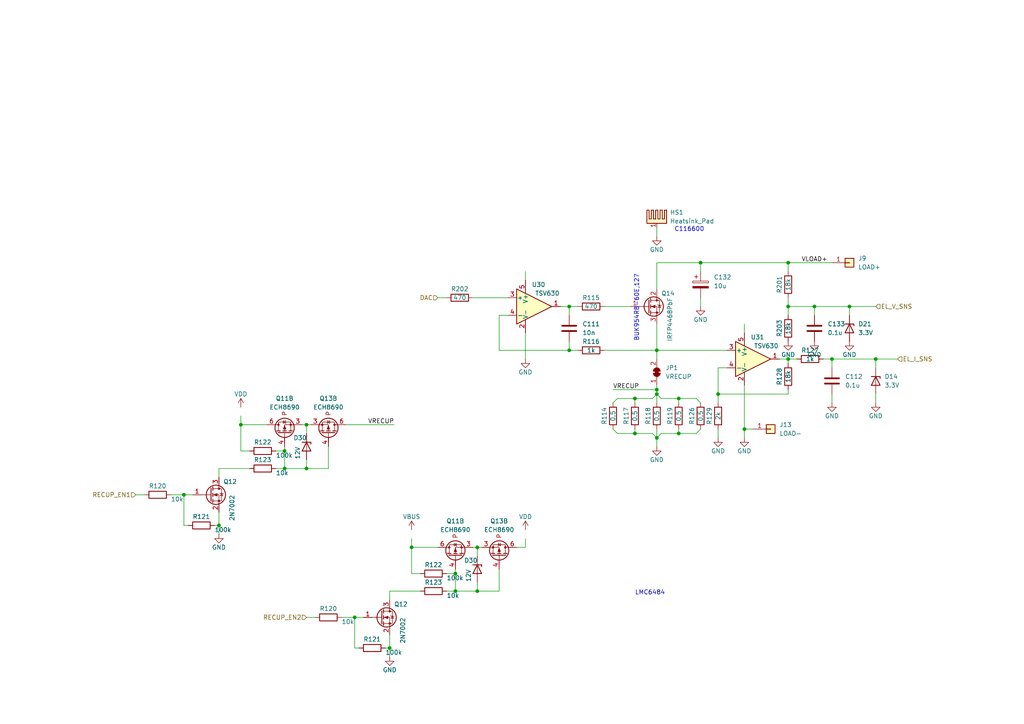
<source format=kicad_sch>
(kicad_sch (version 20230121) (generator eeschema)
  (paper "A4")
  (lib_symbols
    (symbol "Amplifier_Operational:AD8603" (pin_names (offset 0.127))
      (property "Reference" "U" (at 0 5.08 0))
      (property "Value" "AD8603" (at 0 -5.08 0))
      (symbol "AD8603_0_1"
        (polyline (pts (xy -5.08 5.08) (xy 5.08 0) (xy -5.08 -5.08) (xy -5.08 5.08)) (stroke (width 0.254)) (fill (type background)))
        (pin power_in line (at -2.54 -7.62 90) (length 3.81) (name "V-") (number "2"))
        (pin power_in line (at -2.54 7.62 270) (length 3.81) (name "V+") (number "5"))
      )
      (symbol "AD8603_1_1"
        (pin output line (at 7.62 0 180) (length 2.54) (name "~") (number "1"))
        (pin input line (at -7.62 2.54 0) (length 2.54) (name "+") (number "3"))
        (pin input line (at -7.62 -2.54 0) (length 2.54) (name "-") (number "4"))
      )
    )
    (symbol "Connector_Generic:Conn_01x01" (pin_names (offset 1.016) hide)
      (property "Reference" "J" (at 0 2.54 0))
      (property "Value" "Conn_01x01" (at 0 -2.54 0))
      (symbol "Conn_01x01_1_1"
        (rectangle (start -1.27 0.127) (end 0 -0.127) (stroke (width 0.1524)))
        (rectangle (start -1.27 1.27) (end 1.27 -1.27) (stroke (width 0.254)) (fill (type background)))
        (pin passive line (at -5.08 0 0) (length 3.81) (name "Pin_1") (number "1"))
      )
    )
    (symbol "Device:C" (pin_numbers hide) (pin_names (offset 0.254))
      (property "Reference" "C" (at 0.635 2.54 0))
      (property "Value" "C" (at 0.635 -2.54 0))
      (symbol "C_0_1"
        (polyline (pts (xy -2.032 -0.762) (xy 2.032 -0.762)) (stroke (width 0.508)))
        (polyline (pts (xy -2.032 0.762) (xy 2.032 0.762)) (stroke (width 0.508)))
      )
      (symbol "C_1_1"
        (pin passive line (at 0 3.81 270) (length 2.794) (name "~") (number "1"))
        (pin passive line (at 0 -3.81 90) (length 2.794) (name "~") (number "2"))
      )
    )
    (symbol "Device:C_Polarized" (pin_numbers hide) (pin_names (offset 0.254))
      (property "Reference" "C" (at 0.635 2.54 0))
      (property "Value" "C_Polarized" (at 0.635 -2.54 0))
      (symbol "C_Polarized_0_1"
        (rectangle (start -2.286 0.508) (end 2.286 1.016))
        (polyline (pts (xy -1.778 2.286) (xy -0.762 2.286)))
        (polyline (pts (xy -1.27 2.794) (xy -1.27 1.778)))
        (rectangle (start 2.286 -0.508) (end -2.286 -1.016) (fill (type outline)))
      )
      (symbol "C_Polarized_1_1"
        (pin passive line (at 0 3.81 270) (length 2.794) (name "~") (number "1"))
        (pin passive line (at 0 -3.81 90) (length 2.794) (name "~") (number "2"))
      )
    )
    (symbol "Device:D_Zener" (pin_numbers hide) (pin_names (offset 1.016) hide)
      (property "Reference" "D" (at 0 2.54 0))
      (property "Value" "D_Zener" (at 0 -2.54 0))
      (symbol "D_Zener_0_1"
        (polyline (pts (xy 1.27 0) (xy -1.27 0)))
        (polyline (pts (xy -1.27 -1.27) (xy -1.27 1.27) (xy -0.762 1.27)) (stroke (width 0.254)))
        (polyline (pts (xy 1.27 -1.27) (xy 1.27 1.27) (xy -1.27 0) (xy 1.27 -1.27)) (stroke (width 0.254)))
      )
      (symbol "D_Zener_1_1"
        (pin passive line (at -3.81 0 0) (length 2.54) (name "K") (number "1"))
        (pin passive line (at 3.81 0 180) (length 2.54) (name "A") (number "2"))
      )
    )
    (symbol "Device:R" (pin_numbers hide) (pin_names (offset 0))
      (property "Reference" "R" (at 2.032 0 90))
      (property "Value" "R" (at 0 0 90))
      (symbol "R_0_1"
        (rectangle (start -1.016 -2.54) (end 1.016 2.54) (stroke (width 0.254)))
      )
      (symbol "R_1_1"
        (pin passive line (at 0 3.81 270) (length 1.27) (name "~") (number "1"))
        (pin passive line (at 0 -3.81 90) (length 1.27) (name "~") (number "2"))
      )
    )
    (symbol "ECH8690_1"
      (property "Reference" "Q" (at -5.08 3.81 0))
      (property "Value" "ECH8690" (at 3.81 0 90))
      (symbol "ECH8690_1_1_1"
        (circle (center -0.889 0) (radius 2.794) (stroke (width 0.254)))
        (circle (center 0 -1.778) (radius 0.254) (fill (type outline)))
        (polyline (pts (xy -2.286 0) (xy -5.08 0)))
        (polyline (pts (xy -2.286 1.905) (xy -2.286 -1.905)) (stroke (width 0.254)))
        (polyline (pts (xy -1.778 -1.27) (xy -1.778 -2.286)) (stroke (width 0.254)))
        (polyline (pts (xy -1.778 0.508) (xy -1.778 -0.508)) (stroke (width 0.254)))
        (polyline (pts (xy -1.778 2.286) (xy -1.778 1.27)) (stroke (width 0.254)))
        (polyline (pts (xy 0 2.54) (xy 0 1.778)))
        (polyline (pts (xy 0 -2.54) (xy 0 0) (xy -1.778 0)))
        (polyline (pts (xy -1.778 1.778) (xy 0.762 1.778) (xy 0.762 -1.778) (xy -1.778 -1.778)))
        (polyline (pts (xy -1.27 0) (xy -0.254 -0.381) (xy -0.254 0.381) (xy -1.27 0)) (fill (type outline)))
        (polyline (pts (xy 0.762 0.381) (xy 1.143 -0.254) (xy 0.381 -0.254) (xy 0.762 0.381)))
        (polyline (pts (xy 1.27 0.508) (xy 1.143 0.381) (xy 0.381 0.381) (xy 0.254 0.254)))
        (circle (center 0 1.778) (radius 0.254) (fill (type outline)))
        (text "N" (at 2.54 0 0) (effects (font (size 1.27 1.27)) (justify left)))
        (pin passive line (at 0 -5.08 90) (length 2.54) (name "~") (number "1"))
        (pin input line (at -6.35 0 0) (length 2.54) (name "~") (number "2"))
        (pin passive line (at 0 5.08 270) (length 2.54) hide (name "~") (number "7"))
        (pin passive line (at 0 5.08 270) (length 2.54) (name "~") (number "8"))
      )
      (symbol "ECH8690_1_2_1"
        (circle (center -0.889 0) (radius 2.794) (stroke (width 0.254)))
        (circle (center 0 -1.778) (radius 0.254) (fill (type outline)))
        (polyline (pts (xy -2.286 0) (xy -5.08 0)))
        (polyline (pts (xy -2.286 1.905) (xy -2.286 -1.905)) (stroke (width 0.254)))
        (polyline (pts (xy -1.778 -1.27) (xy -1.778 -2.286)) (stroke (width 0.254)))
        (polyline (pts (xy -1.778 0.508) (xy -1.778 -0.508)) (stroke (width 0.254)))
        (polyline (pts (xy -1.778 2.286) (xy -1.778 1.27)) (stroke (width 0.254)))
        (polyline (pts (xy 0 2.54) (xy 0 1.778)))
        (polyline (pts (xy 0 -2.54) (xy 0 0) (xy -1.778 0)))
        (polyline (pts (xy -1.778 1.778) (xy 0.762 1.778) (xy 0.762 -1.778) (xy -1.778 -1.778)))
        (polyline (pts (xy -0.254 0) (xy -1.27 0.381) (xy -1.27 -0.381) (xy -0.254 0)) (fill (type outline)))
        (polyline (pts (xy 0.762 -0.254) (xy 0.381 0.381) (xy 1.143 0.381) (xy 0.762 -0.254)))
        (polyline (pts (xy 1.27 -0.127) (xy 1.143 -0.254) (xy 0.381 -0.254) (xy 0.254 -0.381)))
        (circle (center 0 1.778) (radius 0.254) (fill (type outline)))
        (text "P" (at 2.54 0 0) (effects (font (size 1.27 1.27)) (justify left)))
        (pin passive line (at 0 -5.08 90) (length 2.54) (name "~") (number "3"))
        (pin input line (at -6.35 0 0) (length 2.54) (name "~") (number "4"))
        (pin passive line (at 0 5.08 270) (length 2.54) hide (name "~") (number "5"))
        (pin passive line (at 0 5.08 270) (length 2.54) (name "~") (number "6"))
      )
    )
    (symbol "ECH8690_2"
      (property "Reference" "Q" (at -5.08 3.81 0))
      (property "Value" "ECH8690" (at 3.81 0 90))
      (symbol "ECH8690_2_1_1"
        (circle (center -0.889 0) (radius 2.794) (stroke (width 0.254)))
        (circle (center 0 -1.778) (radius 0.254) (fill (type outline)))
        (polyline (pts (xy -2.286 0) (xy -5.08 0)))
        (polyline (pts (xy -2.286 1.905) (xy -2.286 -1.905)) (stroke (width 0.254)))
        (polyline (pts (xy -1.778 -1.27) (xy -1.778 -2.286)) (stroke (width 0.254)))
        (polyline (pts (xy -1.778 0.508) (xy -1.778 -0.508)) (stroke (width 0.254)))
        (polyline (pts (xy -1.778 2.286) (xy -1.778 1.27)) (stroke (width 0.254)))
        (polyline (pts (xy 0 2.54) (xy 0 1.778)))
        (polyline (pts (xy 0 -2.54) (xy 0 0) (xy -1.778 0)))
        (polyline (pts (xy -1.778 1.778) (xy 0.762 1.778) (xy 0.762 -1.778) (xy -1.778 -1.778)))
        (polyline (pts (xy -1.27 0) (xy -0.254 -0.381) (xy -0.254 0.381) (xy -1.27 0)) (fill (type outline)))
        (polyline (pts (xy 0.762 0.381) (xy 1.143 -0.254) (xy 0.381 -0.254) (xy 0.762 0.381)))
        (polyline (pts (xy 1.27 0.508) (xy 1.143 0.381) (xy 0.381 0.381) (xy 0.254 0.254)))
        (circle (center 0 1.778) (radius 0.254) (fill (type outline)))
        (text "N" (at 2.54 0 0) (effects (font (size 1.27 1.27)) (justify left)))
        (pin passive line (at 0 -5.08 90) (length 2.54) (name "~") (number "1"))
        (pin input line (at -6.35 0 0) (length 2.54) (name "~") (number "2"))
        (pin passive line (at 0 5.08 270) (length 2.54) hide (name "~") (number "7"))
        (pin passive line (at 0 5.08 270) (length 2.54) (name "~") (number "8"))
      )
      (symbol "ECH8690_2_2_1"
        (circle (center -0.889 0) (radius 2.794) (stroke (width 0.254)))
        (circle (center 0 -1.778) (radius 0.254) (fill (type outline)))
        (polyline (pts (xy -2.286 0) (xy -5.08 0)))
        (polyline (pts (xy -2.286 1.905) (xy -2.286 -1.905)) (stroke (width 0.254)))
        (polyline (pts (xy -1.778 -1.27) (xy -1.778 -2.286)) (stroke (width 0.254)))
        (polyline (pts (xy -1.778 0.508) (xy -1.778 -0.508)) (stroke (width 0.254)))
        (polyline (pts (xy -1.778 2.286) (xy -1.778 1.27)) (stroke (width 0.254)))
        (polyline (pts (xy 0 2.54) (xy 0 1.778)))
        (polyline (pts (xy 0 -2.54) (xy 0 0) (xy -1.778 0)))
        (polyline (pts (xy -1.778 1.778) (xy 0.762 1.778) (xy 0.762 -1.778) (xy -1.778 -1.778)))
        (polyline (pts (xy -0.254 0) (xy -1.27 0.381) (xy -1.27 -0.381) (xy -0.254 0)) (fill (type outline)))
        (polyline (pts (xy 0.762 -0.254) (xy 0.381 0.381) (xy 1.143 0.381) (xy 0.762 -0.254)))
        (polyline (pts (xy 1.27 -0.127) (xy 1.143 -0.254) (xy 0.381 -0.254) (xy 0.254 -0.381)))
        (circle (center 0 1.778) (radius 0.254) (fill (type outline)))
        (text "P" (at 2.54 0 0) (effects (font (size 1.27 1.27)) (justify left)))
        (pin passive line (at 0 -5.08 90) (length 2.54) (name "~") (number "3"))
        (pin input line (at -6.35 0 0) (length 2.54) (name "~") (number "4"))
        (pin passive line (at 0 5.08 270) (length 2.54) hide (name "~") (number "5"))
        (pin passive line (at 0 5.08 270) (length 2.54) (name "~") (number "6"))
      )
    )
    (symbol "Jumper:SolderJumper_2_Bridged" (pin_names (offset 0) hide)
      (property "Reference" "JP" (at 0 2.032 0))
      (property "Value" "SolderJumper_2_Bridged" (at 0 -2.54 0))
      (symbol "SolderJumper_2_Bridged_0_1"
        (rectangle (start -0.508 0.508) (end 0.508 -0.508) (fill (type outline)))
        (arc (start -0.254 1.016) (mid -1.2656 0) (end -0.254 -1.016))
        (arc (start -0.254 1.016) (mid -1.2656 0) (end -0.254 -1.016) (fill (type outline)))
        (polyline (pts (xy -0.254 1.016) (xy -0.254 -1.016)))
        (polyline (pts (xy 0.254 1.016) (xy 0.254 -1.016)))
        (arc (start 0.254 -1.016) (mid 1.2656 0) (end 0.254 1.016))
        (arc (start 0.254 -1.016) (mid 1.2656 0) (end 0.254 1.016) (fill (type outline)))
      )
      (symbol "SolderJumper_2_Bridged_1_1"
        (pin passive line (at -3.81 0 0) (length 2.54) (name "A") (number "1"))
        (pin passive line (at 3.81 0 180) (length 2.54) (name "B") (number "2"))
      )
    )
    (symbol "Mechanical:Heatsink_Pad" (pin_names (offset 0))
      (property "Reference" "HS" (at 0 5.715 0))
      (property "Value" "Heatsink_Pad" (at 0 3.81 0))
      (symbol "Heatsink_Pad_0_1"
        (polyline (pts (xy -0.3302 0) (xy -0.9652 0) (xy -0.9652 2.54) (xy -1.6002 2.54) (xy -1.6002 0) (xy -2.2352 0) (xy -2.2352 2.54) (xy -2.8702 2.54) (xy -2.8702 -1.27) (xy -0.9652 -1.27)) (stroke (width 0.254)) (fill (type background)))
        (polyline (pts (xy -0.3302 0) (xy -0.3302 2.54) (xy 0.3048 2.54) (xy 0.3048 0) (xy 0.9398 0) (xy 0.9398 2.54) (xy 1.5748 2.54) (xy 1.5748 0) (xy 2.2098 0) (xy 2.2098 2.54) (xy 2.8448 2.54) (xy 2.8448 -1.27) (xy -0.9652 -1.27)) (stroke (width 0.254)) (fill (type background)))
      )
      (symbol "Heatsink_Pad_1_1"
        (pin passive line (at 0 -2.54 90) (length 1.27) (name "~") (number "1"))
      )
    )
    (symbol "Transistor_FET:2N7002" (pin_names hide)
      (property "Reference" "Q" (at 5.08 1.905 0))
      (property "Value" "2N7002" (at 5.08 0 0))
      (symbol "2N7002_0_1"
        (polyline (pts (xy 0.254 0) (xy -2.54 0)))
        (polyline (pts (xy 0.254 1.905) (xy 0.254 -1.905)) (stroke (width 0.254)))
        (polyline (pts (xy 0.762 -1.27) (xy 0.762 -2.286)) (stroke (width 0.254)))
        (polyline (pts (xy 0.762 0.508) (xy 0.762 -0.508)) (stroke (width 0.254)))
        (polyline (pts (xy 0.762 2.286) (xy 0.762 1.27)) (stroke (width 0.254)))
        (polyline (pts (xy 2.54 2.54) (xy 2.54 1.778)))
        (polyline (pts (xy 2.54 -2.54) (xy 2.54 0) (xy 0.762 0)))
        (polyline (pts (xy 0.762 -1.778) (xy 3.302 -1.778) (xy 3.302 1.778) (xy 0.762 1.778)))
        (polyline (pts (xy 1.016 0) (xy 2.032 0.381) (xy 2.032 -0.381) (xy 1.016 0)) (fill (type outline)))
        (polyline (pts (xy 2.794 0.508) (xy 2.921 0.381) (xy 3.683 0.381) (xy 3.81 0.254)))
        (polyline (pts (xy 3.302 0.381) (xy 2.921 -0.254) (xy 3.683 -0.254) (xy 3.302 0.381)))
        (circle (center 1.651 0) (radius 2.794) (stroke (width 0.254)))
        (circle (center 2.54 -1.778) (radius 0.254) (fill (type outline)))
        (circle (center 2.54 1.778) (radius 0.254) (fill (type outline)))
      )
      (symbol "2N7002_1_1"
        (pin input line (at -5.08 0 0) (length 2.54) (name "G") (number "1"))
        (pin passive line (at 2.54 -5.08 90) (length 2.54) (name "S") (number "2"))
        (pin passive line (at 2.54 5.08 270) (length 2.54) (name "D") (number "3"))
      )
    )
    (symbol "Transistor_FET:IRFP4468PbF" (pin_names hide)
      (property "Reference" "Q" (at 6.35 1.905 0))
      (property "Value" "IRFP4468PbF" (at 6.35 0 0))
      (symbol "IRFP4468PbF_0_1"
        (polyline (pts (xy 0.254 0) (xy -2.54 0)))
        (polyline (pts (xy 0.254 1.905) (xy 0.254 -1.905)) (stroke (width 0.254)))
        (polyline (pts (xy 0.762 -1.27) (xy 0.762 -2.286)) (stroke (width 0.254)))
        (polyline (pts (xy 0.762 0.508) (xy 0.762 -0.508)) (stroke (width 0.254)))
        (polyline (pts (xy 0.762 2.286) (xy 0.762 1.27)) (stroke (width 0.254)))
        (polyline (pts (xy 2.54 2.54) (xy 2.54 1.778)))
        (polyline (pts (xy 2.54 -2.54) (xy 2.54 0) (xy 0.762 0)))
        (polyline (pts (xy 0.762 -1.778) (xy 3.302 -1.778) (xy 3.302 1.778) (xy 0.762 1.778)))
        (polyline (pts (xy 1.016 0) (xy 2.032 0.381) (xy 2.032 -0.381) (xy 1.016 0)) (fill (type outline)))
        (polyline (pts (xy 2.794 0.508) (xy 2.921 0.381) (xy 3.683 0.381) (xy 3.81 0.254)))
        (polyline (pts (xy 3.302 0.381) (xy 2.921 -0.254) (xy 3.683 -0.254) (xy 3.302 0.381)))
        (circle (center 1.651 0) (radius 2.794) (stroke (width 0.254)))
        (circle (center 2.54 -1.778) (radius 0.254) (fill (type outline)))
        (circle (center 2.54 1.778) (radius 0.254) (fill (type outline)))
      )
      (symbol "IRFP4468PbF_1_1"
        (pin input line (at -5.08 0 0) (length 2.54) (name "G") (number "1"))
        (pin passive line (at 2.54 5.08 270) (length 2.54) (name "D") (number "2"))
        (pin passive line (at 2.54 -5.08 90) (length 2.54) (name "S") (number "3"))
      )
    )
    (symbol "power:GND" (power) (pin_names (offset 0))
      (property "Value" "GND" (at 0 -3.81 0))
      (symbol "GND_0_1"
        (polyline (pts (xy 0 0) (xy 0 -1.27) (xy 1.27 -1.27) (xy 0 -2.54) (xy -1.27 -1.27) (xy 0 -1.27)))
      )
      (symbol "GND_1_1"
        (pin power_in line (at 0 0 270) (length 0) hide (name "GND") (number "1"))
      )
    )
    (symbol "power:VBUS" (power) (pin_names (offset 0))
      (property "Value" "VBUS" (at 0 3.81 0))
      (symbol "VBUS_0_1"
        (polyline (pts (xy -0.762 1.27) (xy 0 2.54)))
        (polyline (pts (xy 0 0) (xy 0 2.54)))
        (polyline (pts (xy 0 2.54) (xy 0.762 1.27)))
      )
      (symbol "VBUS_1_1"
        (pin power_in line (at 0 0 90) (length 0) hide (name "VBUS") (number "1"))
      )
    )
    (symbol "power:VDD" (power) (pin_names (offset 0))
      (property "Value" "VDD" (at 0 3.81 0))
      (symbol "VDD_0_1"
        (polyline (pts (xy -0.762 1.27) (xy 0 2.54)))
        (polyline (pts (xy 0 0) (xy 0 2.54)))
        (polyline (pts (xy 0 2.54) (xy 0.762 1.27)))
      )
      (symbol "VDD_1_1"
        (pin power_in line (at 0 0 90) (length 0) hide (name "VDD") (number "1"))
      )
    )
  )
  (junction (at 82.55 130.81))
  (junction (at 228.6 104.14))
  (junction (at 102.87 179.07))
  (junction (at 196.85 115.57))
  (junction (at 190.5 113.03))
  (junction (at 165.1 88.9))
  (junction (at 88.9 135.89))
  (junction (at 190.5 127))
  (junction (at 113.03 187.96))
  (junction (at 203.2 76.2))
  (junction (at 69.85 123.19))
  (junction (at 254 104.14))
  (junction (at 132.08 171.45))
  (junction (at 236.22 88.9))
  (junction (at 53.34 143.51))
  (junction (at 190.5 114.3))
  (junction (at 246.38 88.9))
  (junction (at 82.55 135.89))
  (junction (at 63.5 152.4))
  (junction (at 228.6 88.9))
  (junction (at 88.9 123.19))
  (junction (at 165.1 101.6))
  (junction (at 196.85 125.73))
  (junction (at 241.3 104.14))
  (junction (at 138.43 158.75))
  (junction (at 138.43 171.45))
  (junction (at 119.38 158.75))
  (junction (at 228.6 76.2))
  (junction (at 132.08 166.37))
  (junction (at 215.9 124.46))
  (junction (at 184.15 115.57))
  (junction (at 190.5 101.6))
  (junction (at 208.28 114.3))
  (junction (at 184.15 125.73))
  (wire (pts (xy 63.5 135.89) (xy 63.5 138.43)))
  (wire (pts (xy 190.5 111.76) (xy 190.5 113.03)))
  (wire (pts (xy 82.55 135.89) (xy 82.55 130.81)))
  (wire (pts (xy 63.5 152.4) (xy 63.5 148.59)))
  (wire (pts (xy 226.06 104.14) (xy 228.6 104.14)))
  (wire (pts (xy 149.86 158.75) (xy 152.4 158.75)))
  (wire (pts (xy 241.3 104.14) (xy 241.3 106.68)))
  (wire (pts (xy 246.38 88.9) (xy 254 88.9)))
  (wire (pts (xy 190.5 76.2) (xy 190.5 83.82)))
  (wire (pts (xy 102.87 187.96) (xy 102.87 179.07)))
  (wire (pts (xy 241.3 116.84) (xy 241.3 114.3)))
  (wire (pts (xy 111.76 187.96) (xy 113.03 187.96)))
  (wire (pts (xy 132.08 166.37) (xy 132.08 165.1)))
  (wire (pts (xy 215.9 124.46) (xy 215.9 127)))
  (wire (pts (xy 144.78 171.45) (xy 138.43 171.45)))
  (wire (pts (xy 129.54 171.45) (xy 132.08 171.45)))
  (wire (pts (xy 95.25 135.89) (xy 88.9 135.89)))
  (wire (pts (xy 254 106.68) (xy 254 104.14)))
  (wire (pts (xy 203.2 116.84) (xy 201.93 115.57)))
  (wire (pts (xy 87.63 123.19) (xy 88.9 123.19)))
  (wire (pts (xy 127 86.36) (xy 129.54 86.36)))
  (wire (pts (xy 152.4 156.21) (xy 152.4 158.75)))
  (wire (pts (xy 184.15 124.46) (xy 184.15 125.73)))
  (wire (pts (xy 196.85 116.84) (xy 196.85 115.57)))
  (wire (pts (xy 190.5 114.3) (xy 189.23 115.57)))
  (wire (pts (xy 196.85 115.57) (xy 201.93 115.57)))
  (wire (pts (xy 215.9 111.76) (xy 215.9 124.46)))
  (wire (pts (xy 177.8 124.46) (xy 179.07 125.73)))
  (wire (pts (xy 203.2 76.2) (xy 190.5 76.2)))
  (wire (pts (xy 102.87 179.07) (xy 105.41 179.07)))
  (wire (pts (xy 254 104.14) (xy 260.35 104.14)))
  (wire (pts (xy 54.61 152.4) (xy 53.34 152.4)))
  (wire (pts (xy 238.76 104.14) (xy 241.3 104.14)))
  (wire (pts (xy 228.6 76.2) (xy 228.6 78.74)))
  (wire (pts (xy 228.6 114.3) (xy 208.28 114.3)))
  (wire (pts (xy 236.22 88.9) (xy 236.22 91.44)))
  (wire (pts (xy 113.03 171.45) (xy 113.03 173.99)))
  (wire (pts (xy 208.28 106.68) (xy 210.82 106.68)))
  (wire (pts (xy 138.43 158.75) (xy 138.43 161.29)))
  (wire (pts (xy 121.92 166.37) (xy 119.38 166.37)))
  (wire (pts (xy 228.6 104.14) (xy 231.14 104.14)))
  (wire (pts (xy 203.2 76.2) (xy 228.6 76.2)))
  (wire (pts (xy 191.77 125.73) (xy 196.85 125.73)))
  (wire (pts (xy 203.2 86.36) (xy 203.2 88.9)))
  (wire (pts (xy 228.6 113.03) (xy 228.6 114.3)))
  (wire (pts (xy 80.01 130.81) (xy 82.55 130.81)))
  (wire (pts (xy 201.93 125.73) (xy 203.2 124.46)))
  (wire (pts (xy 88.9 123.19) (xy 88.9 125.73)))
  (wire (pts (xy 113.03 187.96) (xy 113.03 184.15)))
  (wire (pts (xy 100.33 123.19) (xy 114.3 123.19)))
  (wire (pts (xy 208.28 124.46) (xy 208.28 127)))
  (wire (pts (xy 228.6 86.36) (xy 228.6 88.9)))
  (wire (pts (xy 82.55 130.81) (xy 82.55 129.54)))
  (wire (pts (xy 104.14 187.96) (xy 102.87 187.96)))
  (wire (pts (xy 184.15 125.73) (xy 189.23 125.73)))
  (wire (pts (xy 179.07 115.57) (xy 184.15 115.57)))
  (wire (pts (xy 175.26 101.6) (xy 190.5 101.6)))
  (wire (pts (xy 177.8 113.03) (xy 190.5 113.03)))
  (wire (pts (xy 144.78 91.44) (xy 144.78 101.6)))
  (wire (pts (xy 208.28 116.84) (xy 208.28 114.3)))
  (wire (pts (xy 165.1 91.44) (xy 165.1 88.9)))
  (wire (pts (xy 190.5 127) (xy 191.77 125.73)))
  (wire (pts (xy 95.25 129.54) (xy 95.25 135.89)))
  (wire (pts (xy 144.78 101.6) (xy 165.1 101.6)))
  (wire (pts (xy 165.1 88.9) (xy 162.56 88.9)))
  (wire (pts (xy 62.23 152.4) (xy 63.5 152.4)))
  (wire (pts (xy 137.16 86.36) (xy 147.32 86.36)))
  (wire (pts (xy 236.22 88.9) (xy 246.38 88.9)))
  (wire (pts (xy 152.4 96.52) (xy 152.4 104.14)))
  (wire (pts (xy 113.03 171.45) (xy 121.92 171.45)))
  (wire (pts (xy 49.53 143.51) (xy 53.34 143.51)))
  (wire (pts (xy 165.1 88.9) (xy 167.64 88.9)))
  (wire (pts (xy 132.08 171.45) (xy 132.08 166.37)))
  (wire (pts (xy 88.9 133.35) (xy 88.9 135.89)))
  (wire (pts (xy 88.9 179.07) (xy 91.44 179.07)))
  (wire (pts (xy 144.78 165.1) (xy 144.78 171.45)))
  (wire (pts (xy 203.2 78.74) (xy 203.2 76.2)))
  (wire (pts (xy 190.5 101.6) (xy 190.5 104.14)))
  (wire (pts (xy 189.23 125.73) (xy 190.5 127)))
  (wire (pts (xy 241.3 104.14) (xy 254 104.14)))
  (wire (pts (xy 196.85 124.46) (xy 196.85 125.73)))
  (wire (pts (xy 215.9 93.98) (xy 215.9 96.52)))
  (wire (pts (xy 69.85 123.19) (xy 77.47 123.19)))
  (wire (pts (xy 228.6 76.2) (xy 241.3 76.2)))
  (wire (pts (xy 129.54 166.37) (xy 132.08 166.37)))
  (wire (pts (xy 113.03 187.96) (xy 113.03 190.5)))
  (wire (pts (xy 99.06 179.07) (xy 102.87 179.07)))
  (wire (pts (xy 167.64 101.6) (xy 165.1 101.6)))
  (wire (pts (xy 138.43 168.91) (xy 138.43 171.45)))
  (wire (pts (xy 246.38 91.44) (xy 246.38 88.9)))
  (wire (pts (xy 63.5 152.4) (xy 63.5 154.94)))
  (wire (pts (xy 53.34 152.4) (xy 53.34 143.51)))
  (wire (pts (xy 254 114.3) (xy 254 116.84)))
  (wire (pts (xy 80.01 135.89) (xy 82.55 135.89)))
  (wire (pts (xy 228.6 88.9) (xy 236.22 88.9)))
  (wire (pts (xy 53.34 143.51) (xy 55.88 143.51)))
  (wire (pts (xy 72.39 130.81) (xy 69.85 130.81)))
  (wire (pts (xy 190.5 113.03) (xy 190.5 114.3)))
  (wire (pts (xy 196.85 125.73) (xy 201.93 125.73)))
  (wire (pts (xy 191.77 115.57) (xy 196.85 115.57)))
  (wire (pts (xy 208.28 114.3) (xy 208.28 106.68)))
  (wire (pts (xy 175.26 88.9) (xy 182.88 88.9)))
  (wire (pts (xy 147.32 91.44) (xy 144.78 91.44)))
  (wire (pts (xy 137.16 158.75) (xy 138.43 158.75)))
  (wire (pts (xy 119.38 156.21) (xy 119.38 158.75)))
  (wire (pts (xy 119.38 166.37) (xy 119.38 158.75)))
  (wire (pts (xy 190.5 101.6) (xy 210.82 101.6)))
  (wire (pts (xy 228.6 88.9) (xy 228.6 91.44)))
  (wire (pts (xy 190.5 93.98) (xy 190.5 101.6)))
  (wire (pts (xy 138.43 171.45) (xy 132.08 171.45)))
  (wire (pts (xy 215.9 124.46) (xy 218.44 124.46)))
  (wire (pts (xy 69.85 120.65) (xy 69.85 123.19)))
  (wire (pts (xy 119.38 158.75) (xy 127 158.75)))
  (wire (pts (xy 63.5 135.89) (xy 72.39 135.89)))
  (wire (pts (xy 138.43 158.75) (xy 139.7 158.75)))
  (wire (pts (xy 190.5 124.46) (xy 190.5 127)))
  (wire (pts (xy 184.15 115.57) (xy 189.23 115.57)))
  (wire (pts (xy 152.4 78.74) (xy 152.4 81.28)))
  (wire (pts (xy 190.5 127) (xy 190.5 129.54)))
  (wire (pts (xy 177.8 116.84) (xy 179.07 115.57)))
  (wire (pts (xy 228.6 104.14) (xy 228.6 105.41)))
  (wire (pts (xy 179.07 125.73) (xy 184.15 125.73)))
  (wire (pts (xy 88.9 123.19) (xy 90.17 123.19)))
  (wire (pts (xy 88.9 135.89) (xy 82.55 135.89)))
  (wire (pts (xy 190.5 114.3) (xy 191.77 115.57)))
  (wire (pts (xy 184.15 115.57) (xy 184.15 116.84)))
  (wire (pts (xy 69.85 130.81) (xy 69.85 123.19)))
  (wire (pts (xy 190.5 66.04) (xy 190.5 68.58)))
  (wire (pts (xy 165.1 101.6) (xy 165.1 99.06)))
  (wire (pts (xy 190.5 114.3) (xy 190.5 116.84)))
  (wire (pts (xy 39.37 143.51) (xy 41.91 143.51)))
  (text "C116600" (at 195.58 67.31 0) (effects (font (size 1.27 1.27)) (justify left bottom)))
  (text "LMC6484" (at 184.15 172.72 0) (effects (font (size 1.27 1.27)) (justify left bottom)))
  (text "BUK954R8-60E,127" (at 185.42 99.06 90) (effects (font (size 1.27 1.27)) (justify left bottom)))
  (label "VRECUP" (at 177.8 113.03 0))
  (label "VRECUP" (at 114.3 123.19 180))
  (label "VLOAD+" (at 240.03 76.2 180))
  (hierarchical_label "RECUP_EN2" (shape input) (at 88.9 179.07 180))
  (hierarchical_label "EL_I_SNS" (shape input) (at 260.35 104.14 0))
  (hierarchical_label "RECUP_EN1" (shape input) (at 39.37 143.51 180))
  (hierarchical_label "DAC" (shape input) (at 127 86.36 180))
  (hierarchical_label "EL_V_SNS" (shape input) (at 254 88.9 0))
  (symbol (lib_id "power:GND") (at 228.6 99.06 0) (unit 1)
    (property "Reference" "#PWR0192" (effects hide))
    (property "Value" "GND" (at 228.6 102.87 0))
  )
  (symbol (lib_id "power:GND") (at 152.4 104.14 0) (unit 1)
    (property "Reference" "#PWR0130" (effects hide))
    (property "Value" "GND" (at 152.4 107.95 0))
  )
  (symbol (lib_id "power:GND") (at 203.2 88.9 0) (unit 1)
    (property "Reference" "#PWR0155" (effects hide))
    (property "Value" "GND" (at 203.2 92.71 0))
  )
  (symbol (lib_name "ECH8690_1") (lib_id "chrns_transistor:ECH8690") (at 132.08 158.75 90) (unit 2)
    (property "Reference" "Q11" (at 132.08 151.13 90))
    (property "Value" "ECH8690" (at 132.08 153.67 90))
    (property "Footprint" "Package_TO_SOT_SMD:OnSemi_ECH8" (effects hide))
    (property "Datasheet" "https://www.onsemi.com/pdf/datasheet/ena2185-d.pdf" (effects hide))
    (instances (project "main" (path "" (reference "Q11") (unit 2)) (path "" (reference "Q21") (unit 2))))
  )
  (symbol (lib_id "power:VDD") (at 69.85 118.11 0) (unit 1)
    (property "Reference" "#PWR0124" (effects hide))
    (property "Value" "VDD" (at 69.85 114.3 0))
    (instances (project "main" (path "" (reference "#PWR0124") (unit 1)) (path "" (reference "#PWR0194") (unit 1))))
  )
  (symbol (lib_id "Device:C") (at 236.22 95.25 0) (unit 1)
    (property "Reference" "C133" (at 240.03 93.98 0) (effects (justify left)))
    (property "Value" "0.1u" (at 240.03 96.52 0) (effects (justify left)))
    (property "Footprint" "Capacitor_SMD:C_0402_1005Metric" (effects hide))
  )
  (symbol (lib_id "Connector_Generic:Conn_01x01") (at 223.52 124.46 0) (unit 1)
    (property "Reference" "J13" (at 226.06 123.19 0) (effects (justify left)))
    (property "Value" "LOAD-" (at 226.06 125.73 0) (effects (justify left)))
  )
  (symbol (lib_id "Device:R") (at 190.5 120.65 0) (unit 1)
    (property "Reference" "R118" (at 187.96 123.19 90) (effects (justify left)))
    (property "Value" "0.5" (at 190.5 120.65 90))
    (property "Footprint" "Resistor_SMD:R_0402_1005Metric" (effects hide))
  )
  (symbol (lib_id "Amplifier_Operational:AD8603") (at 218.44 104.14 0) (unit 1)
    (property "Reference" "U31" (at 219.71 97.79 0))
    (property "Value" "TSV630" (at 222.25 100.33 0))
  )
  (symbol (lib_id "Amplifier_Operational:AD8603") (at 154.94 88.9 0) (unit 1)
    (property "Reference" "U30" (at 156.21 82.55 0))
    (property "Value" "TSV630" (at 158.75 85.09 0))
  )
  (symbol (lib_id "Jumper:SolderJumper_2_Bridged") (at 190.5 107.95 90) (unit 1)
    (property "Reference" "JP1" (at 193.04 106.68 90) (effects (justify right)))
    (property "Value" "VRECUP" (at 193.04 109.22 90) (effects (justify right)))
  )
  (symbol (lib_id "Device:D_Zener") (at 246.38 95.25 270) (unit 1)
    (property "Reference" "D21" (at 248.92 93.98 90) (effects (justify left)))
    (property "Value" "3.3V" (at 248.92 96.52 90) (effects (justify left)))
  )
  (symbol (lib_id "Device:R") (at 125.73 171.45 90) (unit 1)
    (property "Reference" "R123" (at 125.73 168.91 90))
    (property "Value" "10k" (at 129.54 172.72 90) (effects (justify right)))
    (property "Footprint" "Resistor_SMD:R_0402_1005Metric" (effects hide))
    (instances (project "main" (path "" (reference "R123") (unit 1)) (path "" (reference "R211") (unit 1))))
  )
  (symbol (lib_id "Device:D_Zener") (at 254 110.49 270) (unit 1)
    (property "Reference" "D14" (at 256.54 109.22 90) (effects (justify left)))
    (property "Value" "3.3V" (at 256.54 111.76 90) (effects (justify left)))
  )
  (symbol (lib_id "Device:R") (at 58.42 152.4 90) (unit 1)
    (property "Reference" "R121" (at 58.42 149.86 90))
    (property "Value" "100k" (at 62.23 153.67 90) (effects (justify right)))
    (property "Footprint" "Resistor_SMD:R_0402_1005Metric" (effects hide))
    (instances (project "main" (path "" (reference "R121") (unit 1)) (path "" (reference "R205") (unit 1))))
  )
  (symbol (lib_id "power:GND") (at 254 116.84 0) (unit 1)
    (property "Reference" "#PWR0154" (effects hide))
    (property "Value" "GND" (at 254 120.65 0))
  )
  (symbol (lib_id "Device:R") (at 76.2 135.89 90) (unit 1)
    (property "Reference" "R123" (at 76.2 133.35 90))
    (property "Value" "10k" (at 80.01 137.16 90) (effects (justify right)))
    (property "Footprint" "Resistor_SMD:R_0402_1005Metric" (effects hide))
    (instances (project "main" (path "" (reference "R123") (unit 1)) (path "" (reference "R207") (unit 1))))
  )
  (symbol (lib_id "Connector_Generic:Conn_01x01") (at 246.38 76.2 0) (unit 1)
    (property "Reference" "J9" (at 248.92 74.93 0) (effects (justify left)))
    (property "Value" "LOAD+" (at 248.92 77.47 0) (effects (justify left)))
  )
  (symbol (lib_id "Device:R") (at 107.95 187.96 90) (unit 1)
    (property "Reference" "R121" (at 107.95 185.42 90))
    (property "Value" "100k" (at 111.76 189.23 90) (effects (justify right)))
    (property "Footprint" "Resistor_SMD:R_0402_1005Metric" (effects hide))
    (instances (project "main" (path "" (reference "R121") (unit 1)) (path "" (reference "R209") (unit 1))))
  )
  (symbol (lib_id "Device:R") (at 184.15 120.65 0) (unit 1)
    (property "Reference" "R117" (at 181.61 123.19 90) (effects (justify left)))
    (property "Value" "0.5" (at 184.15 120.65 90))
    (property "Footprint" "Resistor_SMD:R_0402_1005Metric" (effects hide))
  )
  (symbol (lib_id "Device:R") (at 228.6 82.55 0) (unit 1)
    (property "Reference" "R201" (at 226.06 85.09 90) (effects (justify left)))
    (property "Value" "18k" (at 228.6 82.55 90))
    (property "Footprint" "Resistor_SMD:R_0402_1005Metric" (effects hide))
  )
  (symbol (lib_id "power:GND") (at 236.22 99.06 0) (unit 1)
    (property "Reference" "#PWR0193" (effects hide))
    (property "Value" "GND" (at 236.22 102.87 0))
  )
  (symbol (lib_name "ECH8690_1") (lib_id "chrns_transistor:ECH8690") (at 82.55 123.19 90) (unit 2)
    (property "Reference" "Q11" (at 82.55 115.57 90))
    (property "Value" "ECH8690" (at 82.55 118.11 90))
    (property "Footprint" "Package_TO_SOT_SMD:OnSemi_ECH8" (effects hide))
    (property "Datasheet" "https://www.onsemi.com/pdf/datasheet/ena2185-d.pdf" (effects hide))
    (instances (project "main" (path "" (reference "Q11") (unit 2)) (path "" (reference "Q17") (unit 2))))
  )
  (symbol (lib_name "ECH8690_2") (lib_id "chrns_transistor:ECH8690") (at 144.78 158.75 270) (mirror x) (unit 2)
    (property "Reference" "Q13" (at 144.78 151.13 90))
    (property "Value" "ECH8690" (at 144.78 153.67 90))
    (property "Footprint" "Package_TO_SOT_SMD:OnSemi_ECH8" (effects hide))
    (property "Datasheet" "https://www.onsemi.com/pdf/datasheet/ena2185-d.pdf" (effects hide))
    (instances (project "main" (path "" (reference "Q13") (unit 2)) (path "" (reference "Q22") (unit 2))))
  )
  (symbol (lib_id "power:GND") (at 246.38 99.06 0) (unit 1)
    (property "Reference" "#PWR0196" (effects hide))
    (property "Value" "GND" (at 246.38 102.87 0))
  )
  (symbol (lib_id "power:GND") (at 215.9 127 0) (unit 1)
    (property "Reference" "#PWR0149" (effects hide))
    (property "Value" "GND" (at 215.9 130.81 0))
  )
  (symbol (lib_id "power:VDD") (at 152.4 153.67 0) (unit 1)
    (property "Reference" "#PWR0124" (effects hide))
    (property "Value" "VDD" (at 152.4 149.86 0))
    (instances (project "main" (path "" (reference "#PWR0124") (unit 1)) (path "" (reference "#PWR0198") (unit 1))))
  )
  (symbol (lib_id "Device:R") (at 208.28 120.65 180) (unit 1)
    (property "Reference" "R129" (at 205.74 120.65 90))
    (property "Value" "2k" (at 208.28 120.65 90))
    (property "Footprint" "Resistor_SMD:R_0402_1005Metric" (effects hide))
  )
  (symbol (lib_id "Transistor_FET:2N7002") (at 60.96 143.51 0) (unit 1)
    (property "Reference" "Q12" (at 64.77 139.7 0) (effects (justify left)))
    (property "Value" "2N7002" (at 67.31 151.13 90) (effects (justify left)))
    (property "Footprint" "Package_TO_SOT_SMD:SOT-23" (effects hide))
    (property "Datasheet" "https://www.onsemi.com/pub/Collateral/NDS7002A-D.PDF" (effects hide))
    (instances (project "main" (path "" (reference "Q12") (unit 1)) (path "" (reference "Q16") (unit 1))))
  )
  (symbol (lib_id "power:VBUS") (at 119.38 153.67 0) (unit 1)
    (property "Reference" "#PWR0141" (effects hide))
    (property "Value" "VBUS" (at 119.38 149.86 0))
    (instances (project "main" (path "" (reference "#PWR0141") (unit 1)) (path "" (reference "#PWR0199") (unit 1))))
  )
  (symbol (lib_id "Device:D_Zener") (at 88.9 129.54 270) (unit 1)
    (property "Reference" "D30" (at 85.09 127 90) (effects (justify left)))
    (property "Value" "12V" (at 86.36 129.54 0) (effects (justify left)))
    (instances (project "main" (path "" (reference "D30") (unit 1)) (path "" (reference "D20") (unit 1))))
  )
  (symbol (lib_name "ECH8690_2") (lib_id "chrns_transistor:ECH8690") (at 95.25 123.19 270) (mirror x) (unit 2)
    (property "Reference" "Q13" (at 95.25 115.57 90))
    (property "Value" "ECH8690" (at 95.25 118.11 90))
    (property "Footprint" "Package_TO_SOT_SMD:OnSemi_ECH8" (effects hide))
    (property "Datasheet" "https://www.onsemi.com/pdf/datasheet/ena2185-d.pdf" (effects hide))
    (instances (project "main" (path "" (reference "Q13") (unit 2)) (path "" (reference "Q19") (unit 2))))
  )
  (symbol (lib_id "Device:C") (at 165.1 95.25 0) (unit 1)
    (property "Reference" "C111" (at 168.91 93.98 0) (effects (justify left)))
    (property "Value" "10n" (at 168.91 96.52 0) (effects (justify left)))
    (property "Footprint" "Capacitor_SMD:C_0402_1005Metric" (effects hide))
  )
  (symbol (lib_id "power:GND") (at 241.3 116.84 0) (unit 1)
    (property "Reference" "#PWR0151" (effects hide))
    (property "Value" "GND" (at 241.3 120.65 0))
  )
  (symbol (lib_id "power:GND") (at 208.28 127 0) (unit 1)
    (property "Reference" "#PWR0150" (effects hide))
    (property "Value" "GND" (at 208.28 130.81 0))
  )
  (symbol (lib_id "Device:R") (at 196.85 120.65 0) (unit 1)
    (property "Reference" "R119" (at 194.31 123.19 90) (effects (justify left)))
    (property "Value" "0.5" (at 196.85 120.65 90))
    (property "Footprint" "Resistor_SMD:R_0402_1005Metric" (effects hide))
  )
  (symbol (lib_id "Device:R") (at 45.72 143.51 90) (unit 1)
    (property "Reference" "R120" (at 45.72 140.97 90))
    (property "Value" "10k" (at 49.53 144.78 90) (effects (justify right)))
    (property "Footprint" "Resistor_SMD:R_0402_1005Metric" (effects hide))
    (instances (project "main" (path "" (reference "R120") (unit 1)) (path "" (reference "R204") (unit 1))))
  )
  (symbol (lib_id "Mechanical:Heatsink_Pad") (at 190.5 63.5 0) (unit 1)
    (property "Reference" "HS1" (at 194.31 61.595 0) (effects (justify left)))
    (property "Value" "Heatsink_Pad" (at 194.31 64.135 0) (effects (justify left)))
    (property "Footprint" "Heatsink:Heatsink_Stonecold_HS-S03_13.21x12.7mm" (effects hide))
  )
  (symbol (lib_id "Device:C_Polarized") (at 203.2 82.55 0) (unit 1)
    (property "Reference" "C132" (at 207.01 80.391 0) (effects (justify left)))
    (property "Value" "10u" (at 207.01 82.931 0) (effects (justify left)))
    (property "Footprint" "Capacitor_SMD:C_0402_1005Metric" (effects hide))
  )
  (symbol (lib_id "Device:D_Zener") (at 138.43 165.1 270) (unit 1)
    (property "Reference" "D30" (at 134.62 162.56 90) (effects (justify left)))
    (property "Value" "12V" (at 135.89 165.1 0) (effects (justify left)))
    (instances (project "main" (path "" (reference "D30") (unit 1)) (path "" (reference "D22") (unit 1))))
  )
  (symbol (lib_id "Device:R") (at 228.6 95.25 0) (unit 1)
    (property "Reference" "R203" (at 226.06 97.79 90) (effects (justify left)))
    (property "Value" "18k" (at 228.6 95.25 90))
    (property "Footprint" "Resistor_SMD:R_0402_1005Metric" (effects hide))
  )
  (symbol (lib_id "Device:R") (at 95.25 179.07 90) (unit 1)
    (property "Reference" "R120" (at 95.25 176.53 90))
    (property "Value" "10k" (at 99.06 180.34 90) (effects (justify right)))
    (property "Footprint" "Resistor_SMD:R_0402_1005Metric" (effects hide))
    (instances (project "main" (path "" (reference "R120") (unit 1)) (path "" (reference "R208") (unit 1))))
  )
  (symbol (lib_id "power:GND") (at 190.5 129.54 0) (unit 1)
    (property "Reference" "#PWR0148" (effects hide))
    (property "Value" "GND" (at 190.5 133.35 0))
  )
  (symbol (lib_id "Device:R") (at 76.2 130.81 270) (unit 1)
    (property "Reference" "R122" (at 76.2 128.27 90))
    (property "Value" "100k" (at 80.01 132.08 90) (effects (justify left)))
    (property "Footprint" "Resistor_SMD:R_0402_1005Metric" (effects hide))
    (instances (project "main" (path "" (reference "R122") (unit 1)) (path "" (reference "R206") (unit 1))))
  )
  (symbol (lib_id "Device:R") (at 133.35 86.36 90) (unit 1)
    (property "Reference" "R202" (at 133.35 83.82 90))
    (property "Value" "470" (at 133.35 86.36 90))
    (property "Footprint" "Resistor_SMD:R_0402_1005Metric" (effects hide))
  )
  (symbol (lib_id "power:GND") (at 190.5 68.58 0) (unit 1)
    (property "Reference" "#PWR0189" (effects hide))
    (property "Value" "GND" (at 190.5 72.39 0))
  )
  (symbol (lib_id "Device:R") (at 177.8 120.65 0) (unit 1)
    (property "Reference" "R114" (at 175.26 123.19 90) (effects (justify left)))
    (property "Value" "0.5" (at 177.8 120.65 90))
    (property "Footprint" "Resistor_SMD:R_0402_1005Metric" (effects hide))
  )
  (symbol (lib_id "Device:R") (at 125.73 166.37 270) (unit 1)
    (property "Reference" "R122" (at 125.73 163.83 90))
    (property "Value" "100k" (at 129.54 167.64 90) (effects (justify left)))
    (property "Footprint" "Resistor_SMD:R_0402_1005Metric" (effects hide))
    (instances (project "main" (path "" (reference "R122") (unit 1)) (path "" (reference "R210") (unit 1))))
  )
  (symbol (lib_id "Transistor_FET:IRFP4468PbF") (at 187.96 88.9 0) (unit 1)
    (property "Reference" "Q14" (at 191.77 85.09 0) (effects (justify left)))
    (property "Value" "IRFP4468PbF" (at 194.31 99.06 90) (effects (justify left)))
    (property "Footprint" "Package_TO_SOT_THT:TO-247-3_Vertical" (effects hide))
    (property "Datasheet" "https://www.infineon.com/dgdl/irfp4468pbf.pdf?fileId=5546d462533600a40153562c73472019" (effects hide))
  )
  (symbol (lib_id "Device:R") (at 234.95 104.14 90) (unit 1)
    (property "Reference" "R127" (at 234.95 101.6 90))
    (property "Value" "1k" (at 234.95 104.14 90))
    (property "Footprint" "Resistor_SMD:R_0402_1005Metric" (effects hide))
  )
  (symbol (lib_id "power:GND") (at 63.5 154.94 0) (unit 1)
    (property "Reference" "#PWR0195" (effects hide))
    (property "Value" "GND" (at 63.5 158.75 0))
  )
  (symbol (lib_id "Device:C") (at 241.3 110.49 0) (unit 1)
    (property "Reference" "C112" (at 245.11 109.22 0) (effects (justify left)))
    (property "Value" "0.1u" (at 245.11 111.76 0) (effects (justify left)))
    (property "Footprint" "Capacitor_SMD:C_0402_1005Metric" (effects hide))
  )
  (symbol (lib_id "Device:R") (at 228.6 109.22 0) (unit 1)
    (property "Reference" "R128" (at 226.06 111.76 90) (effects (justify left)))
    (property "Value" "18k" (at 228.6 109.22 90))
    (property "Footprint" "Resistor_SMD:R_0402_1005Metric" (effects hide))
  )
  (symbol (lib_id "Device:R") (at 203.2 120.65 0) (unit 1)
    (property "Reference" "R126" (at 200.66 123.19 90) (effects (justify left)))
    (property "Value" "0.5" (at 203.2 120.65 90))
    (property "Footprint" "Resistor_SMD:R_0402_1005Metric" (effects hide))
  )
  (symbol (lib_id "Device:R") (at 171.45 88.9 90) (unit 1)
    (property "Reference" "R115" (at 171.45 86.36 90))
    (property "Value" "470" (at 171.45 88.9 90))
    (property "Footprint" "Resistor_SMD:R_0402_1005Metric" (effects hide))
  )
  (symbol (lib_id "Device:R") (at 171.45 101.6 90) (unit 1)
    (property "Reference" "R116" (at 171.45 99.06 90))
    (property "Value" "1k" (at 171.45 101.6 90))
    (property "Footprint" "Resistor_SMD:R_0402_1005Metric" (effects hide))
  )
  (symbol (lib_id "power:GND") (at 113.03 190.5 0) (unit 1)
    (property "Reference" "#PWR0197" (effects hide))
    (property "Value" "GND" (at 113.03 194.31 0))
  )
  (symbol (lib_id "Transistor_FET:2N7002") (at 110.49 179.07 0) (unit 1)
    (property "Reference" "Q12" (at 114.3 175.26 0) (effects (justify left)))
    (property "Value" "2N7002" (at 116.84 186.69 90) (effects (justify left)))
    (property "Footprint" "Package_TO_SOT_SMD:SOT-23" (effects hide))
    (property "Datasheet" "https://www.onsemi.com/pub/Collateral/NDS7002A-D.PDF" (effects hide))
    (instances (project "main" (path "" (reference "Q12") (unit 1)) (path "" (reference "Q20") (unit 1))))
  )
)
</source>
